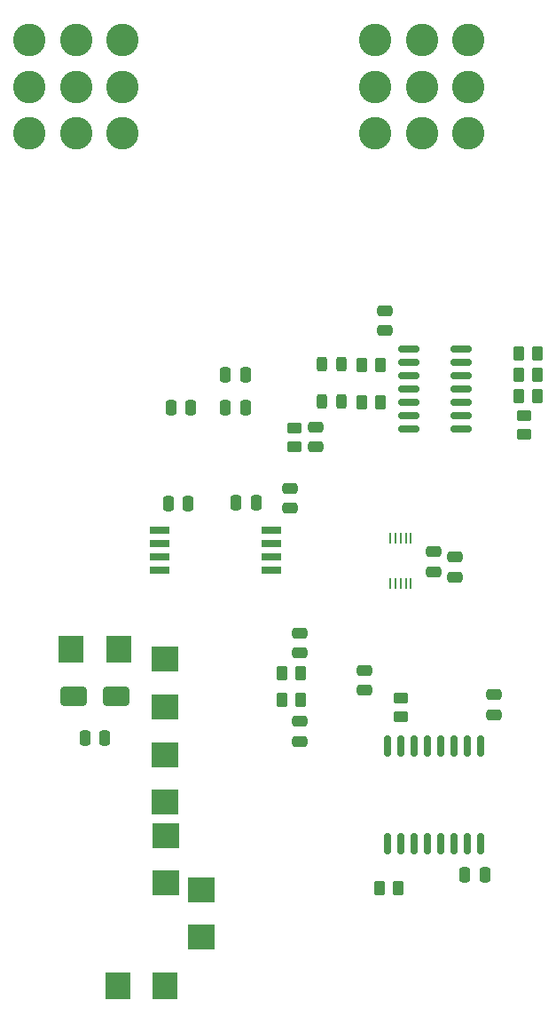
<source format=gbr>
%TF.GenerationSoftware,KiCad,Pcbnew,7.0.5-7.0.5~ubuntu20.04.1*%
%TF.CreationDate,2023-08-05T16:15:12+02:00*%
%TF.ProjectId,diyBMS_CurrentVoltage_ADS1115,64697942-4d53-45f4-9375-7272656e7456,rev?*%
%TF.SameCoordinates,Original*%
%TF.FileFunction,Paste,Top*%
%TF.FilePolarity,Positive*%
%FSLAX46Y46*%
G04 Gerber Fmt 4.6, Leading zero omitted, Abs format (unit mm)*
G04 Created by KiCad (PCBNEW 7.0.5-7.0.5~ubuntu20.04.1) date 2023-08-05 16:15:12*
%MOMM*%
%LPD*%
G01*
G04 APERTURE LIST*
G04 Aperture macros list*
%AMRoundRect*
0 Rectangle with rounded corners*
0 $1 Rounding radius*
0 $2 $3 $4 $5 $6 $7 $8 $9 X,Y pos of 4 corners*
0 Add a 4 corners polygon primitive as box body*
4,1,4,$2,$3,$4,$5,$6,$7,$8,$9,$2,$3,0*
0 Add four circle primitives for the rounded corners*
1,1,$1+$1,$2,$3*
1,1,$1+$1,$4,$5*
1,1,$1+$1,$6,$7*
1,1,$1+$1,$8,$9*
0 Add four rect primitives between the rounded corners*
20,1,$1+$1,$2,$3,$4,$5,0*
20,1,$1+$1,$4,$5,$6,$7,0*
20,1,$1+$1,$6,$7,$8,$9,0*
20,1,$1+$1,$8,$9,$2,$3,0*%
G04 Aperture macros list end*
%ADD10RoundRect,0.250000X0.475000X-0.250000X0.475000X0.250000X-0.475000X0.250000X-0.475000X-0.250000X0*%
%ADD11R,2.484000X2.600000*%
%ADD12R,2.600000X2.484000*%
%ADD13RoundRect,0.150000X-0.150000X0.875000X-0.150000X-0.875000X0.150000X-0.875000X0.150000X0.875000X0*%
%ADD14C,3.100000*%
%ADD15RoundRect,0.250000X-0.250000X-0.475000X0.250000X-0.475000X0.250000X0.475000X-0.250000X0.475000X0*%
%ADD16RoundRect,0.250000X0.250000X0.475000X-0.250000X0.475000X-0.250000X-0.475000X0.250000X-0.475000X0*%
%ADD17RoundRect,0.250000X-0.475000X0.250000X-0.475000X-0.250000X0.475000X-0.250000X0.475000X0.250000X0*%
%ADD18RoundRect,0.250000X-0.262500X-0.450000X0.262500X-0.450000X0.262500X0.450000X-0.262500X0.450000X0*%
%ADD19RoundRect,0.250000X1.000000X0.650000X-1.000000X0.650000X-1.000000X-0.650000X1.000000X-0.650000X0*%
%ADD20RoundRect,0.250000X0.450000X-0.262500X0.450000X0.262500X-0.450000X0.262500X-0.450000X-0.262500X0*%
%ADD21R,1.905000X0.640000*%
%ADD22R,0.250000X1.100000*%
%ADD23RoundRect,0.250000X0.262500X0.450000X-0.262500X0.450000X-0.262500X-0.450000X0.262500X-0.450000X0*%
%ADD24RoundRect,0.243750X-0.243750X-0.456250X0.243750X-0.456250X0.243750X0.456250X-0.243750X0.456250X0*%
%ADD25RoundRect,0.250000X-0.450000X0.262500X-0.450000X-0.262500X0.450000X-0.262500X0.450000X0.262500X0*%
%ADD26RoundRect,0.150000X-0.825000X-0.150000X0.825000X-0.150000X0.825000X0.150000X-0.825000X0.150000X0*%
G04 APERTURE END LIST*
D10*
%TO.C,C16*%
X67691000Y-60955000D03*
X67691000Y-59055000D03*
%TD*%
D11*
%TO.C,R6*%
X35570000Y-67884500D03*
X31054000Y-67884500D03*
%TD*%
D12*
%TO.C,R5*%
X39977000Y-73317500D03*
X39977000Y-68801500D03*
%TD*%
%TO.C,R3*%
X40040500Y-90144500D03*
X40040500Y-85628500D03*
%TD*%
%TO.C,R4*%
X39977000Y-82397500D03*
X39977000Y-77881500D03*
%TD*%
D11*
%TO.C,R1*%
X35496500Y-99951500D03*
X40012500Y-99951500D03*
%TD*%
D12*
%TO.C,R2*%
X43469500Y-95314500D03*
X43469500Y-90798500D03*
%TD*%
D13*
%TO.C,U5*%
X70104000Y-77060000D03*
X68834000Y-77060000D03*
X67564000Y-77060000D03*
X66294000Y-77060000D03*
X65024000Y-77060000D03*
X63754000Y-77060000D03*
X62484000Y-77060000D03*
X61214000Y-77060000D03*
X61214000Y-86360000D03*
X62484000Y-86360000D03*
X63754000Y-86360000D03*
X65024000Y-86360000D03*
X66294000Y-86360000D03*
X67564000Y-86360000D03*
X68834000Y-86360000D03*
X70104000Y-86360000D03*
%TD*%
D10*
%TO.C,C3*%
X51943000Y-54417000D03*
X51943000Y-52517000D03*
%TD*%
D14*
%TO.C,J5*%
X35931000Y-9783000D03*
X31496000Y-9783000D03*
X27061000Y-9783000D03*
X35931000Y-14218000D03*
X31496000Y-14218000D03*
X27061000Y-14218000D03*
X35931000Y-18653000D03*
X31496000Y-18653000D03*
X27061000Y-18653000D03*
%TD*%
D15*
%TO.C,C10*%
X68629000Y-89330000D03*
X70529000Y-89330000D03*
%TD*%
%TO.C,C8*%
X46802000Y-53848000D03*
X48702000Y-53848000D03*
%TD*%
D16*
%TO.C,C6*%
X34262000Y-76329500D03*
X32362000Y-76329500D03*
%TD*%
D17*
%TO.C,C9*%
X65659000Y-58552000D03*
X65659000Y-60452000D03*
%TD*%
D10*
%TO.C,C5*%
X71374000Y-74090000D03*
X71374000Y-72190000D03*
%TD*%
D17*
%TO.C,C13*%
X52832000Y-66299000D03*
X52832000Y-68199000D03*
%TD*%
D15*
%TO.C,C11*%
X45786000Y-41656000D03*
X47686000Y-41656000D03*
%TD*%
D18*
%TO.C,R8*%
X51157500Y-72644000D03*
X52982500Y-72644000D03*
%TD*%
D19*
%TO.C,D1*%
X35312000Y-72329500D03*
X31312000Y-72329500D03*
%TD*%
D15*
%TO.C,C1*%
X40579000Y-44831000D03*
X42479000Y-44831000D03*
%TD*%
D20*
%TO.C,R17*%
X52324000Y-48561000D03*
X52324000Y-46736000D03*
%TD*%
D15*
%TO.C,C4*%
X45786000Y-44831000D03*
X47686000Y-44831000D03*
%TD*%
D17*
%TO.C,C14*%
X52832000Y-74742000D03*
X52832000Y-76642000D03*
%TD*%
D20*
%TO.C,R14*%
X74271500Y-47394500D03*
X74271500Y-45569500D03*
%TD*%
D18*
%TO.C,R9*%
X73763500Y-43688000D03*
X75588500Y-43688000D03*
%TD*%
%TO.C,R12*%
X58754000Y-44296252D03*
X60579000Y-44296252D03*
%TD*%
%TO.C,R13*%
X58754000Y-40740252D03*
X60579000Y-40740252D03*
%TD*%
D21*
%TO.C,U1*%
X39470000Y-56515000D03*
X39470000Y-57785000D03*
X39470000Y-59055000D03*
X39470000Y-60325000D03*
X50165000Y-60325000D03*
X50165000Y-59055000D03*
X50165000Y-57785000D03*
X50165000Y-56515000D03*
%TD*%
D22*
%TO.C,U2*%
X61484000Y-61586000D03*
X61984000Y-61586000D03*
X62484000Y-61586000D03*
X62984000Y-61586000D03*
X63484000Y-61586000D03*
X63484000Y-57286000D03*
X62984000Y-57286000D03*
X62484000Y-57286000D03*
X61984000Y-57286000D03*
X61484000Y-57286000D03*
%TD*%
D23*
%TO.C,R10*%
X75588500Y-39624000D03*
X73763500Y-39624000D03*
%TD*%
D24*
%TO.C,D2*%
X54942500Y-44196000D03*
X56817500Y-44196000D03*
%TD*%
D18*
%TO.C,R7*%
X51157500Y-70104000D03*
X52982500Y-70104000D03*
%TD*%
D10*
%TO.C,C7*%
X60960000Y-37460000D03*
X60960000Y-35560000D03*
%TD*%
D25*
%TO.C,R15*%
X62484000Y-72493500D03*
X62484000Y-74318500D03*
%TD*%
D10*
%TO.C,C15*%
X59055000Y-71750000D03*
X59055000Y-69850000D03*
%TD*%
D15*
%TO.C,C2*%
X40325000Y-53975000D03*
X42225000Y-53975000D03*
%TD*%
D26*
%TO.C,U4*%
X63287500Y-39216252D03*
X63287500Y-40486252D03*
X63287500Y-41756252D03*
X63287500Y-43026252D03*
X63287500Y-44296252D03*
X63287500Y-45566252D03*
X63287500Y-46836252D03*
X68237500Y-46836252D03*
X68237500Y-45566252D03*
X68237500Y-44296252D03*
X68237500Y-43026252D03*
X68237500Y-41756252D03*
X68237500Y-40486252D03*
X68237500Y-39216252D03*
%TD*%
D23*
%TO.C,R11*%
X75588500Y-41656000D03*
X73763500Y-41656000D03*
%TD*%
%TO.C,R16*%
X62274000Y-90600000D03*
X60449000Y-90600000D03*
%TD*%
D24*
%TO.C,D3*%
X54942500Y-40640000D03*
X56817500Y-40640000D03*
%TD*%
D14*
%TO.C,J4*%
X68961000Y-9783000D03*
X64526000Y-9783000D03*
X60091000Y-9783000D03*
X68961000Y-14218000D03*
X64526000Y-14218000D03*
X60091000Y-14218000D03*
X68961000Y-18653000D03*
X64526000Y-18653000D03*
X60091000Y-18653000D03*
%TD*%
D10*
%TO.C,C12*%
X54356000Y-48578500D03*
X54356000Y-46678500D03*
%TD*%
M02*

</source>
